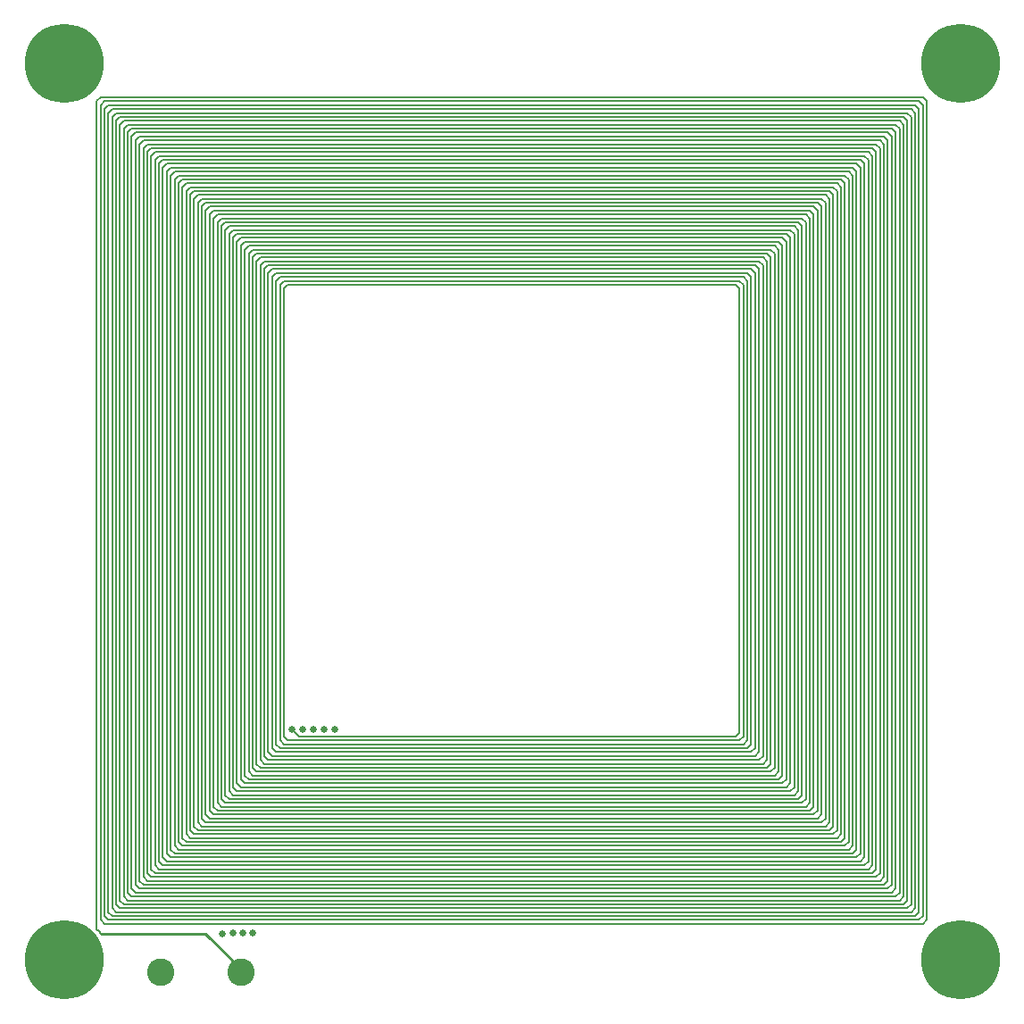
<source format=gtl>
%TF.GenerationSoftware,KiCad,Pcbnew,9.0.0*%
%TF.CreationDate,2025-03-08T12:40:55-08:00*%
%TF.ProjectId,Coil_Panel_Z,436f696c-5f50-4616-9e65-6c5f5a2e6b69,1.0*%
%TF.SameCoordinates,Original*%
%TF.FileFunction,Copper,L1,Top*%
%TF.FilePolarity,Positive*%
%FSLAX46Y46*%
G04 Gerber Fmt 4.6, Leading zero omitted, Abs format (unit mm)*
G04 Created by KiCad (PCBNEW 9.0.0) date 2025-03-08 12:40:55*
%MOMM*%
%LPD*%
G01*
G04 APERTURE LIST*
%TA.AperFunction,ComponentPad*%
%ADD10C,4.700000*%
%TD*%
%TA.AperFunction,ConnectorPad*%
%ADD11C,7.500000*%
%TD*%
%TA.AperFunction,ComponentPad*%
%ADD12C,2.600000*%
%TD*%
%TA.AperFunction,ViaPad*%
%ADD13C,0.650000*%
%TD*%
%TA.AperFunction,Conductor*%
%ADD14C,0.170000*%
%TD*%
%TA.AperFunction,Conductor*%
%ADD15C,0.250000*%
%TD*%
G04 APERTURE END LIST*
D10*
X189637061Y-138948940D03*
D11*
X189637061Y-138948940D03*
D10*
X104641451Y-53941800D03*
D11*
X104641451Y-53941800D03*
D10*
X104637051Y-138948990D03*
D11*
X104637051Y-138948990D03*
D10*
X189636861Y-53948740D03*
D11*
X189636861Y-53948740D03*
D12*
X113784000Y-140074000D03*
X121404000Y-140074000D03*
D13*
X128272000Y-117084000D03*
X122514000Y-136394000D03*
X130304000Y-117084000D03*
X126240000Y-117084000D03*
X127256000Y-117084000D03*
X129288000Y-117084000D03*
X121594000Y-136404000D03*
X119689000Y-136424000D03*
X120674000Y-136414000D03*
D14*
X117349000Y-126629000D02*
X116979000Y-126259000D01*
X114759000Y-129219000D02*
X114389000Y-128849000D01*
X112909000Y-62689000D02*
X112909000Y-130329000D01*
X170189000Y-73049000D02*
X170559000Y-73419000D01*
X182028999Y-61209000D02*
X182398999Y-61579000D01*
X186469000Y-57509000D02*
X186469000Y-135139000D01*
X180549000Y-129219000D02*
X180179000Y-129589000D01*
X112909000Y-61949000D02*
X181289000Y-61949000D01*
X174999000Y-124409000D02*
X119569000Y-124409000D01*
X120679000Y-123299000D02*
X120309000Y-122929000D01*
X169448999Y-73789000D02*
X169819000Y-74159000D01*
X183138999Y-60839000D02*
X183138999Y-131809000D01*
X111429000Y-60469000D02*
X182768999Y-60469000D01*
X179439000Y-128849000D02*
X115129000Y-128849000D01*
X110689000Y-60469000D02*
X110689000Y-132549000D01*
X109949000Y-58989000D02*
X184249000Y-58989000D01*
D15*
X118074000Y-136434000D02*
X121414000Y-139774000D01*
D14*
X125489000Y-117748999D02*
X125489000Y-75269000D01*
X184619000Y-58619000D02*
X184989000Y-58989000D01*
X108839000Y-58619000D02*
X109209000Y-58249000D01*
X186469000Y-135139000D02*
X186099000Y-135509000D01*
X170559000Y-72679000D02*
X170929000Y-73049000D01*
X118089000Y-67129000D02*
X176109000Y-67129000D01*
X180179000Y-129589000D02*
X114389000Y-129589000D01*
X178698999Y-128109000D02*
X115869000Y-128109000D01*
X119939000Y-124039000D02*
X119569000Y-123669000D01*
X111429000Y-61209000D02*
X111799000Y-60839000D01*
X184619000Y-134029000D02*
X109949000Y-134029000D01*
X114019000Y-129959000D02*
X113649000Y-129589000D01*
X177959000Y-66019000D02*
X177959000Y-126629000D01*
X179809000Y-129219000D02*
X114759000Y-129219000D01*
X124749000Y-119229000D02*
X124379000Y-118859000D01*
X125119000Y-74159000D02*
X169078999Y-74159000D01*
X183508999Y-132179000D02*
X183138999Y-132549000D01*
X183879000Y-133289000D02*
X110689000Y-133289000D01*
X180549000Y-129959000D02*
X114019000Y-129959000D01*
X125859000Y-118119000D02*
X125489000Y-117749000D01*
X120309000Y-69349000D02*
X173888999Y-69349000D01*
X169078999Y-74899000D02*
X169078999Y-117749000D01*
X169819000Y-118489000D02*
X169448999Y-118859000D01*
X112539000Y-62319000D02*
X112539000Y-130699000D01*
X177589000Y-126999000D02*
X116979000Y-126999000D01*
X118089000Y-67869000D02*
X118459000Y-67499000D01*
X124749000Y-74529000D02*
X124749000Y-118489000D01*
X172039000Y-71199000D02*
X172409000Y-71569000D01*
X113649000Y-63429000D02*
X114019000Y-63059000D01*
X172779000Y-121449000D02*
X172409000Y-121819000D01*
X184619000Y-133289000D02*
X184249000Y-133659000D01*
X177959000Y-126629000D02*
X177589000Y-126999000D01*
X174629000Y-68609000D02*
X174999000Y-68979000D01*
X125489000Y-118489000D02*
X125119000Y-118119000D01*
X176479000Y-67499000D02*
X176479000Y-125149000D01*
X185359000Y-134029000D02*
X184989000Y-134399000D01*
X184249000Y-133659000D02*
X110319000Y-133659000D01*
X172409000Y-71569000D02*
X172409000Y-121079000D01*
X183509000Y-132919000D02*
X111059000Y-132919000D01*
X122159000Y-121819000D02*
X121789000Y-121449000D01*
X109579000Y-134399000D02*
X109209000Y-134029000D01*
X122159000Y-71939000D02*
X122529000Y-71569000D01*
X119939000Y-69719000D02*
X119939000Y-123299000D01*
X173148999Y-70089000D02*
X173518999Y-70459000D01*
X109209000Y-134029000D02*
X109209000Y-58989000D01*
X168708999Y-74529000D02*
X169078999Y-74899000D01*
X182768999Y-132179000D02*
X111799000Y-132179000D01*
X181659000Y-62319000D02*
X181659000Y-130329000D01*
X108469000Y-135509000D02*
X108099000Y-135139000D01*
X125119000Y-118859000D02*
X124749000Y-118489000D01*
X170559000Y-73419000D02*
X170559000Y-119229000D01*
X115499000Y-65279000D02*
X115499000Y-127739000D01*
X173149000Y-70829000D02*
X173149000Y-121819000D01*
X178698999Y-65279000D02*
X178698999Y-127369000D01*
X180919000Y-62319000D02*
X181289000Y-62689000D01*
X170929000Y-120339000D02*
X123639000Y-120339000D01*
X171299000Y-120709000D02*
X123269000Y-120709000D01*
X172779000Y-122189000D02*
X121789000Y-122189000D01*
X173518999Y-70459000D02*
X173518999Y-122189000D01*
X175369000Y-124779000D02*
X119199000Y-124779000D01*
X177958999Y-65279000D02*
X178328999Y-65649000D01*
X168709000Y-75269000D02*
X168709000Y-117379000D01*
X174629000Y-123299000D02*
X174259000Y-123669000D01*
X115499000Y-128479000D02*
X115129000Y-128109000D01*
X111429000Y-61209000D02*
X111429000Y-131809000D01*
X115499000Y-64539000D02*
X178698999Y-64539000D01*
X116609000Y-66389000D02*
X116979000Y-66019000D01*
X174259000Y-68979000D02*
X174629000Y-69349000D01*
X116609000Y-66389000D02*
X116609000Y-126629000D01*
X180179000Y-63799000D02*
X180179000Y-128849000D01*
X169819000Y-74159000D02*
X169819000Y-118489000D01*
X179809000Y-64169000D02*
X179809000Y-128479000D01*
X172779000Y-71199000D02*
X172779000Y-121449000D01*
X114389000Y-63429000D02*
X179809000Y-63429000D01*
X123639000Y-73419000D02*
X124009000Y-73049000D01*
X114759000Y-64539000D02*
X115129000Y-64169000D01*
X116239000Y-65279000D02*
X177958999Y-65279000D01*
X183509000Y-59729000D02*
X183879000Y-60099000D01*
X179809000Y-63429000D02*
X180179000Y-63799000D01*
X184249000Y-132919000D02*
X183879000Y-133289000D01*
X169078999Y-118489000D02*
X125489000Y-118489000D01*
X122899000Y-72679000D02*
X123269000Y-72309000D01*
X120679000Y-70459000D02*
X121049000Y-70089000D01*
X116609000Y-127369000D02*
X116239000Y-126999000D01*
X111799000Y-61579000D02*
X112169000Y-61209000D01*
X115129000Y-64169000D02*
X179069000Y-64169000D01*
X183879000Y-132549000D02*
X183509000Y-132919000D01*
X172409000Y-121819000D02*
X122159000Y-121819000D01*
X177219000Y-66019000D02*
X177589000Y-66389000D01*
X178698999Y-127369000D02*
X178328999Y-127739000D01*
X168709000Y-117379000D02*
X168339000Y-117749000D01*
X172409000Y-121079000D02*
X172039000Y-121449000D01*
X176849000Y-67129000D02*
X176849000Y-125519000D01*
X185359000Y-57879000D02*
X185729000Y-58249000D01*
X173888999Y-69349000D02*
X174258999Y-69719000D01*
X172039000Y-121449000D02*
X122529000Y-121449000D01*
X124379000Y-73419000D02*
X169819000Y-73419000D01*
X179069000Y-128479000D02*
X115499000Y-128479000D01*
X172779000Y-70459000D02*
X173149000Y-70829000D01*
X119939000Y-68979000D02*
X174259000Y-68979000D01*
X122899000Y-121079000D02*
X122529000Y-120709000D01*
X124379000Y-74159000D02*
X124749000Y-73789000D01*
X110689000Y-60469000D02*
X111059000Y-60099000D01*
X112909000Y-62689000D02*
X113279000Y-62319000D01*
X124009000Y-73789000D02*
X124009000Y-119229000D01*
X118459000Y-68239000D02*
X118829000Y-67869000D01*
X112539000Y-62319000D02*
X112909000Y-61949000D01*
X113279000Y-63059000D02*
X113649000Y-62689000D01*
X178328999Y-126999000D02*
X177958999Y-127369000D01*
X172039000Y-71939000D02*
X172039000Y-120709000D01*
X182768999Y-61209000D02*
X182768999Y-131439000D01*
X186099000Y-57139000D02*
X186469000Y-57509000D01*
X185729000Y-58249000D02*
X185729000Y-134399000D01*
X112169000Y-61949000D02*
X112539000Y-61579000D01*
X181289000Y-129959000D02*
X180919000Y-130329000D01*
X171299000Y-72679000D02*
X171299000Y-119969000D01*
X115129000Y-64909000D02*
X115499000Y-64539000D01*
X111059000Y-132919000D02*
X110689000Y-132549000D01*
X182398999Y-131809000D02*
X112169000Y-131809000D01*
X113649000Y-63429000D02*
X113649000Y-129589000D01*
X173888999Y-122559000D02*
X173518999Y-122929000D01*
X175739000Y-125149000D02*
X118829000Y-125149000D01*
X118829000Y-125149000D02*
X118459000Y-124779000D01*
X169819000Y-73419000D02*
X170189000Y-73789000D01*
X111059000Y-60839000D02*
X111059000Y-132179000D01*
X174999000Y-123669000D02*
X174629000Y-124039000D01*
X120679000Y-69719000D02*
X173518999Y-69719000D01*
X124749000Y-73789000D02*
X169448999Y-73789000D01*
X183138999Y-132549000D02*
X111429000Y-132549000D01*
X183879000Y-59359000D02*
X184249000Y-59729000D01*
X111059000Y-60099000D02*
X183138999Y-60099000D01*
X121789000Y-71569000D02*
X122159000Y-71199000D01*
X109579000Y-58619000D02*
X184619000Y-58619000D01*
X169448999Y-118119000D02*
X169078999Y-118489000D01*
X125119000Y-74899000D02*
X125119000Y-118119000D01*
X184989000Y-133659000D02*
X184619000Y-134029000D01*
X182768999Y-60469000D02*
X183138999Y-60839000D01*
X125489000Y-74529000D02*
X168708999Y-74529000D01*
X175369000Y-68609000D02*
X175369000Y-124039000D01*
X109579000Y-59359000D02*
X109579000Y-133658999D01*
X177589000Y-65649000D02*
X177959000Y-66019000D01*
X116979000Y-66759000D02*
X116979000Y-126259000D01*
X119199000Y-68239000D02*
X174999000Y-68239000D01*
X176109000Y-125519000D02*
X118459000Y-125519000D01*
X114389000Y-64169000D02*
X114759000Y-63799000D01*
X177219000Y-126629000D02*
X117349000Y-126629000D01*
X180179000Y-128849000D02*
X179809000Y-129219000D01*
X124009000Y-73049000D02*
X170189000Y-73049000D01*
X117719000Y-67499000D02*
X117719000Y-125519000D01*
X114759000Y-63799000D02*
X179439000Y-63799000D01*
X170559000Y-119969000D02*
X124009000Y-119969000D01*
X176479000Y-125889000D02*
X118089000Y-125889000D01*
X110319000Y-59359000D02*
X183879000Y-59359000D01*
X180919000Y-129589000D02*
X180549000Y-129959000D01*
X175739000Y-67499000D02*
X176109000Y-67869000D01*
X182768999Y-131439000D02*
X182398999Y-131809000D01*
X182398999Y-61579000D02*
X182398999Y-131069000D01*
X170929000Y-73049000D02*
X170929000Y-119599000D01*
X121789000Y-71569000D02*
X121789000Y-121449000D01*
X185729000Y-57509000D02*
X186099000Y-57879000D01*
X118089000Y-125889000D02*
X117719000Y-125519000D01*
X168708999Y-118119000D02*
X125859000Y-118119000D01*
X124009000Y-119969000D02*
X123639000Y-119599000D01*
X176109000Y-124779000D02*
X175739000Y-125149000D01*
X181659000Y-131069000D02*
X112909000Y-131069000D01*
X121049000Y-70829000D02*
X121049000Y-122188999D01*
X179069000Y-127739000D02*
X178698999Y-128109000D01*
X176479000Y-66759000D02*
X176849000Y-67129000D01*
X178328999Y-127739000D02*
X116239000Y-127739000D01*
X176849000Y-125519000D02*
X176479000Y-125889000D01*
X107944000Y-136224000D02*
X108154000Y-136434000D01*
X119569000Y-69349000D02*
X119569000Y-123669000D01*
X173518999Y-122929000D02*
X121049000Y-122929000D01*
X173888999Y-123299000D02*
X120679000Y-123299000D01*
X107944000Y-136224000D02*
X107729000Y-136009000D01*
X184989000Y-58249000D02*
X185359000Y-58619000D01*
X109949000Y-59729000D02*
X109949000Y-133288999D01*
X181289000Y-61949000D02*
X181659000Y-62319000D01*
X119569000Y-68609000D02*
X174629000Y-68609000D01*
X123269000Y-72309000D02*
X170929000Y-72309000D01*
X118829000Y-67869000D02*
X175369000Y-67869000D01*
X122529000Y-121449000D02*
X122159000Y-121079000D01*
X112909000Y-131069000D02*
X112539000Y-130699000D01*
X109209000Y-58249000D02*
X184989000Y-58249000D01*
X118829000Y-68609000D02*
X118829000Y-124408999D01*
X117719000Y-126259000D02*
X117349000Y-125889000D01*
X119199000Y-68979000D02*
X119199000Y-124038999D01*
X115129000Y-128849000D02*
X114759000Y-128479000D01*
X118459000Y-68239000D02*
X118459000Y-124779000D01*
X122899000Y-72679000D02*
X122899000Y-120339000D01*
X125859000Y-74899000D02*
X168339000Y-74899000D01*
X184249000Y-59729000D02*
X184249000Y-132919000D01*
X122529000Y-72309000D02*
X122899000Y-71939000D01*
X110319000Y-133659000D02*
X109949000Y-133289000D01*
X172039000Y-120709000D02*
X171669000Y-121079000D01*
X117349000Y-67129000D02*
X117719000Y-66759000D01*
X185359000Y-134769000D02*
X109209000Y-134769000D01*
X125119000Y-74899000D02*
X125489000Y-74529000D01*
X122159000Y-71199000D02*
X172039000Y-71199000D01*
X184619000Y-59359000D02*
X184619000Y-133289000D01*
X169448999Y-118859000D02*
X125119000Y-118859000D01*
X121419000Y-122559000D02*
X121049000Y-122189000D01*
X111799000Y-61579000D02*
X111799000Y-131438999D01*
X179439000Y-63799000D02*
X179809000Y-64169000D01*
X122529000Y-72309000D02*
X122529000Y-120709000D01*
X185359000Y-58619000D02*
X185359000Y-134029000D01*
X108099000Y-135139000D02*
X108099000Y-57879000D01*
X123639000Y-72679000D02*
X170559000Y-72679000D01*
X121049000Y-122929000D02*
X120679000Y-122559000D01*
X119199000Y-68979000D02*
X119569000Y-68609000D01*
X121419000Y-70459000D02*
X172779000Y-70459000D01*
X178698999Y-64539000D02*
X179069000Y-64909000D01*
X173148999Y-122559000D02*
X121419000Y-122559000D01*
X108469000Y-58249000D02*
X108839000Y-57879000D01*
X174629000Y-124039000D02*
X119939000Y-124039000D01*
X170189000Y-118859000D02*
X169819000Y-119229000D01*
X114019000Y-63799000D02*
X114019000Y-129218999D01*
X110689000Y-133289000D02*
X110319000Y-132919000D01*
X121049000Y-70089000D02*
X173148999Y-70089000D01*
X174999000Y-68979000D02*
X174999000Y-123669000D01*
X174258999Y-122929000D02*
X173888999Y-123299000D01*
X180919000Y-130329000D02*
X113649000Y-130329000D01*
X184989000Y-134399000D02*
X109579000Y-134399000D01*
X124009000Y-73789000D02*
X124379000Y-73419000D01*
X180919000Y-63059000D02*
X180919000Y-129589000D01*
X185729000Y-134399000D02*
X185359000Y-134769000D01*
X113649000Y-130329000D02*
X113279000Y-129959000D01*
X121789000Y-122189000D02*
X121419000Y-121819000D01*
X114019000Y-63059000D02*
X180179000Y-63059000D01*
X176109000Y-67129000D02*
X176479000Y-67499000D01*
X186099000Y-134769000D02*
X185729000Y-135139000D01*
X181289000Y-62689000D02*
X181289000Y-129959000D01*
X182398999Y-131069000D02*
X182028999Y-131439000D01*
X177219000Y-66759000D02*
X177219000Y-125889000D01*
X183508999Y-60469000D02*
X183508999Y-132179000D01*
X174258999Y-69719000D02*
X174258999Y-122929000D01*
X182398999Y-60839000D02*
X182768999Y-61209000D01*
X183138999Y-60099000D02*
X183508999Y-60469000D01*
X109949000Y-134029000D02*
X109579000Y-133659000D01*
X175739000Y-124409000D02*
X175369000Y-124779000D01*
X110319000Y-60099000D02*
X110319000Y-132919000D01*
X121419000Y-71199000D02*
X121789000Y-70829000D01*
X119569000Y-69349000D02*
X119939000Y-68979000D01*
X170189000Y-73789000D02*
X170189000Y-118859000D01*
X109579000Y-59359000D02*
X109949000Y-58989000D01*
X123639000Y-120339000D02*
X123269000Y-119969000D01*
X179809000Y-128479000D02*
X179439000Y-128849000D01*
X174999000Y-68239000D02*
X175369000Y-68609000D01*
X123269000Y-73049000D02*
X123269000Y-119968999D01*
X181659000Y-61579000D02*
X182029000Y-61949000D01*
X122159000Y-71939000D02*
X122159000Y-121079000D01*
X118089000Y-67869000D02*
X118089000Y-125149000D01*
X111429000Y-132549000D02*
X111059000Y-132179000D01*
X173149000Y-121819000D02*
X172779000Y-122189000D01*
X107729000Y-136009000D02*
X107729000Y-57509000D01*
X113279000Y-62319000D02*
X180919000Y-62319000D01*
X171669000Y-72309000D02*
X171669000Y-120339000D01*
X183879000Y-60099000D02*
X183879000Y-132549000D01*
X107729000Y-57509000D02*
X108099000Y-57139000D01*
X177589000Y-126259000D02*
X177219000Y-126629000D01*
X175369000Y-67869000D02*
X175739000Y-68239000D01*
X108839000Y-134399000D02*
X108839000Y-58619000D01*
X120309000Y-70089000D02*
X120679000Y-69719000D01*
X117349000Y-66389000D02*
X176849000Y-66389000D01*
X180549000Y-63429000D02*
X180549000Y-129219000D01*
X112169000Y-61949000D02*
X112169000Y-131069000D01*
X170929000Y-119599000D02*
X170559000Y-119969000D01*
X119199000Y-124779000D02*
X118829000Y-124409000D01*
X111799000Y-132179000D02*
X111429000Y-131809000D01*
X179069000Y-64169000D02*
X179439000Y-64539000D01*
X168339000Y-117749000D02*
X126905000Y-117749000D01*
X181659000Y-130329000D02*
X181289000Y-130699000D01*
X169819000Y-119229000D02*
X124749000Y-119229000D01*
X115869000Y-65649000D02*
X115869000Y-127369000D01*
X121049000Y-70829000D02*
X121419000Y-70459000D01*
X116239000Y-66019000D02*
X116239000Y-126998999D01*
X124379000Y-74159000D02*
X124379000Y-118859000D01*
X174629000Y-69349000D02*
X174629000Y-123299000D01*
X123269000Y-120709000D02*
X122899000Y-120339000D01*
X184989000Y-58989000D02*
X184989000Y-133659000D01*
X113279000Y-130699000D02*
X112909000Y-130329000D01*
X177219000Y-125889000D02*
X176849000Y-126259000D01*
X116979000Y-66019000D02*
X177219000Y-66019000D01*
X117349000Y-67129000D02*
X117349000Y-125889000D01*
X123639000Y-73419000D02*
X123639000Y-119598999D01*
X177589000Y-66389000D02*
X177589000Y-126259000D01*
X170559000Y-119229000D02*
X170189000Y-119599000D01*
X108099000Y-57139000D02*
X186099000Y-57139000D01*
X175739000Y-68239000D02*
X175739000Y-124409000D01*
X115869000Y-64909000D02*
X178328999Y-64909000D01*
X124749000Y-74529000D02*
X125119000Y-74159000D01*
X123269000Y-73049000D02*
X123639000Y-72679000D01*
X176849000Y-66389000D02*
X177219000Y-66759000D01*
X108469000Y-57509000D02*
X185729000Y-57509000D01*
X170929000Y-72309000D02*
X171299000Y-72679000D01*
X122529000Y-71569000D02*
X171669000Y-71569000D01*
X115869000Y-65649000D02*
X116239000Y-65279000D01*
X114759000Y-64539000D02*
X114759000Y-128479000D01*
X108839000Y-57879000D02*
X185359000Y-57879000D01*
X169078999Y-74159000D02*
X169448999Y-74529000D01*
X171299000Y-119969000D02*
X170929000Y-120339000D01*
X171299000Y-71939000D02*
X171669000Y-72309000D01*
X176849000Y-126259000D02*
X117719000Y-126259000D01*
X113279000Y-63059000D02*
X113279000Y-129959000D01*
X182029000Y-130699000D02*
X181659000Y-131069000D01*
X186099000Y-135509000D02*
X108469000Y-135509000D01*
X121789000Y-70829000D02*
X172409000Y-70829000D01*
X183138999Y-131809000D02*
X182768999Y-132179000D01*
X119939000Y-69719000D02*
X120309000Y-69349000D01*
X116239000Y-127739000D02*
X115869000Y-127369000D01*
X112539000Y-61579000D02*
X181659000Y-61579000D01*
X109209000Y-134769000D02*
X108839000Y-134399000D01*
X179439000Y-128109000D02*
X179069000Y-128479000D01*
X114389000Y-129589000D02*
X114019000Y-129219000D01*
X109949000Y-59729000D02*
X110319000Y-59359000D01*
X171669000Y-121079000D02*
X122899000Y-121079000D01*
X124379000Y-119599000D02*
X124009000Y-119229000D01*
X117719000Y-66759000D02*
X176479000Y-66759000D01*
X173518999Y-69719000D02*
X173888999Y-70089000D01*
X115869000Y-128109000D02*
X115499000Y-127739000D01*
X110319000Y-60099000D02*
X110689000Y-59729000D01*
X171669000Y-71569000D02*
X172039000Y-71939000D01*
X178328999Y-65649000D02*
X178328999Y-126999000D01*
X112539000Y-131439000D02*
X112169000Y-131069000D01*
D15*
X108154000Y-136434000D02*
X118074000Y-136434000D01*
D14*
X109209000Y-58989000D02*
X109579000Y-58619000D01*
X114389000Y-64169000D02*
X114389000Y-128848999D01*
X120309000Y-70089000D02*
X120309000Y-122929000D01*
X170189000Y-119599000D02*
X124379000Y-119599000D01*
X112169000Y-131809000D02*
X111799000Y-131439000D01*
X125489000Y-75269000D02*
X125859000Y-74899000D01*
X116979000Y-126999000D02*
X116609000Y-126629000D01*
X186099000Y-57879000D02*
X186099000Y-134769000D01*
X184249000Y-58989000D02*
X184619000Y-59359000D01*
X169078999Y-117749000D02*
X168708999Y-118119000D01*
X176109000Y-67869000D02*
X176109000Y-124779000D01*
X112169000Y-61209000D02*
X182028999Y-61209000D01*
X182028999Y-131439000D02*
X112539000Y-131439000D01*
X120679000Y-70459000D02*
X120679000Y-122559000D01*
X120309000Y-123669000D02*
X119939000Y-123299000D01*
X176479000Y-125149000D02*
X176109000Y-125519000D01*
X115129000Y-64909000D02*
X115129000Y-128109000D01*
X185729000Y-135139000D02*
X108839000Y-135139000D01*
X174259000Y-123669000D02*
X120309000Y-123669000D01*
X172409000Y-70829000D02*
X172779000Y-71199000D01*
X111799000Y-60839000D02*
X182398999Y-60839000D01*
X178328999Y-64909000D02*
X178698999Y-65279000D01*
X126905000Y-117749000D02*
X126240000Y-117084000D01*
X168339000Y-74899000D02*
X168709000Y-75269000D01*
X175369000Y-124039000D02*
X174999000Y-124409000D01*
X110689000Y-59729000D02*
X183509000Y-59729000D01*
X108839000Y-135139000D02*
X108469000Y-134769000D01*
X179439000Y-64539000D02*
X179439000Y-128109000D01*
X108099000Y-57879000D02*
X108469000Y-57509000D01*
X180549000Y-62689000D02*
X180919000Y-63059000D01*
X116979000Y-66759000D02*
X117349000Y-66389000D01*
X118829000Y-68609000D02*
X119199000Y-68239000D01*
X117719000Y-67499000D02*
X118089000Y-67129000D01*
X111059000Y-60839000D02*
X111429000Y-60469000D01*
X177958999Y-127369000D02*
X116609000Y-127369000D01*
X108469000Y-134769000D02*
X108469000Y-58249000D01*
X122899000Y-71939000D02*
X171299000Y-71939000D01*
X173518999Y-122189000D02*
X173148999Y-122559000D01*
X118459000Y-67499000D02*
X175739000Y-67499000D01*
X115499000Y-65279000D02*
X115869000Y-64909000D01*
X119569000Y-124409000D02*
X119199000Y-124039000D01*
X113649000Y-62689000D02*
X180549000Y-62689000D01*
X173888999Y-70089000D02*
X173888999Y-122559000D01*
X114019000Y-63799000D02*
X114389000Y-63429000D01*
X116609000Y-65649000D02*
X177589000Y-65649000D01*
X171669000Y-120339000D02*
X171299000Y-120709000D01*
X179069000Y-64909000D02*
X179069000Y-127739000D01*
X116239000Y-66019000D02*
X116609000Y-65649000D01*
X118459000Y-125519000D02*
X118089000Y-125149000D01*
X182029000Y-61949000D02*
X182029000Y-130699000D01*
X181289000Y-130699000D02*
X113279000Y-130699000D01*
X169448999Y-74529000D02*
X169448999Y-118119000D01*
X180179000Y-63059000D02*
X180549000Y-63429000D01*
X121419000Y-71199000D02*
X121419000Y-121819000D01*
M02*

</source>
